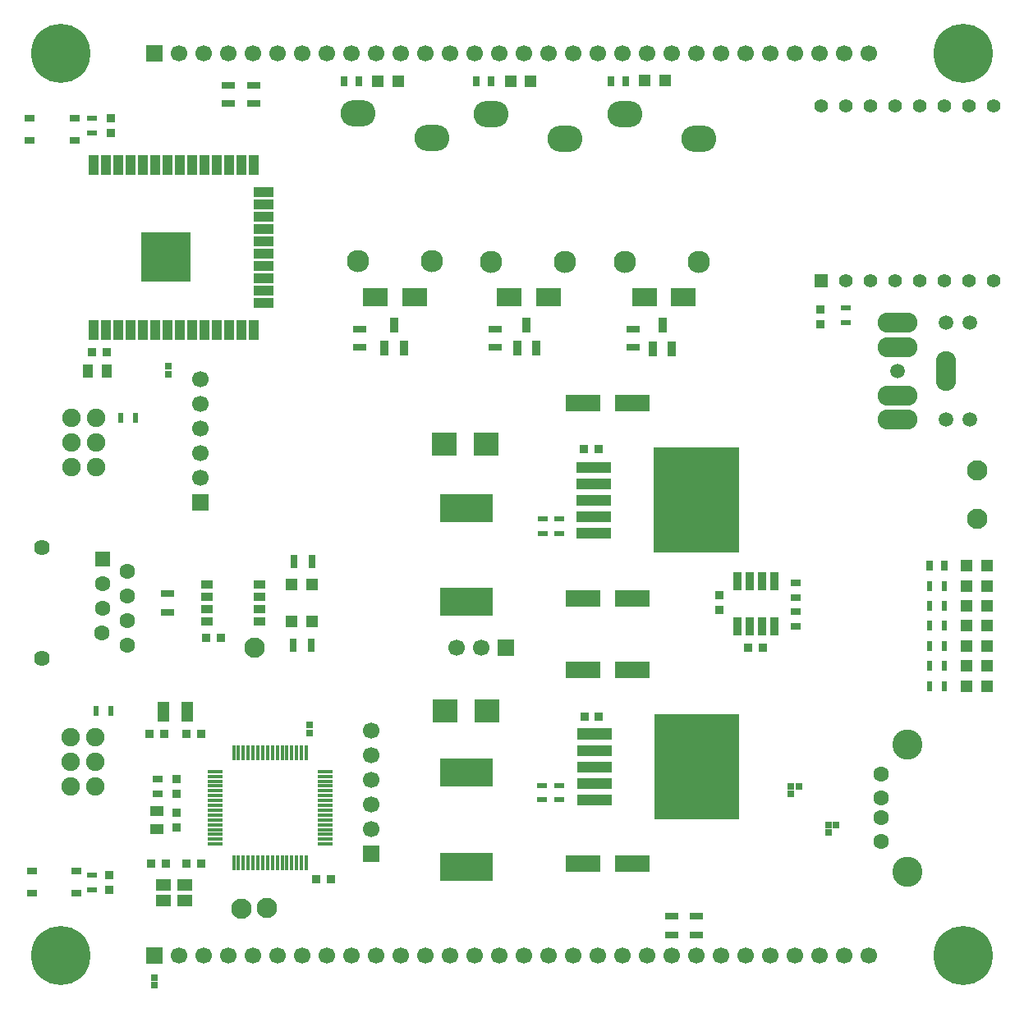
<source format=gbr>
%TF.GenerationSoftware,Altium Limited,Altium Designer,21.8.1 (53)*%
G04 Layer_Color=8388736*
%FSLAX45Y45*%
%MOMM*%
%TF.SameCoordinates,BA403207-4E74-424F-88DB-B819054AD5B4*%
%TF.FilePolarity,Negative*%
%TF.FileFunction,Soldermask,Top*%
%TF.Part,Single*%
G01*
G75*
%TA.AperFunction,SMDPad,CuDef*%
%ADD35R,0.80000X1.40000*%
%TA.AperFunction,ComponentPad*%
%ADD54C,1.60000*%
%ADD55R,1.60000X1.60000*%
%ADD59C,1.50000*%
%TA.AperFunction,ViaPad*%
%ADD84C,6.10000*%
%TA.AperFunction,ComponentPad*%
%ADD85C,1.70000*%
%ADD86R,1.70000X1.70000*%
%ADD87C,2.10000*%
%ADD88R,1.70000X1.70000*%
%ADD89C,1.62400*%
%ADD90O,3.60000X2.70000*%
%ADD91C,2.30000*%
%ADD92C,3.10000*%
%ADD93C,1.90000*%
%ADD94R,1.40800X1.40800*%
%ADD95C,1.40800*%
%ADD96O,2.10000X4.10000*%
%ADD97O,4.10000X2.10000*%
%TA.AperFunction,SMDPad,CuDef*%
%ADD102R,3.60000X1.70000*%
%ADD103R,0.90000X0.90000*%
%ADD104R,0.82000X1.88000*%
%ADD105R,1.00000X0.70000*%
%ADD106R,0.70000X0.70000*%
G04:AMPARAMS|DCode=107|XSize=1.57mm|YSize=0.38mm|CornerRadius=0.085mm|HoleSize=0mm|Usage=FLASHONLY|Rotation=90.000|XOffset=0mm|YOffset=0mm|HoleType=Round|Shape=RoundedRectangle|*
%AMROUNDEDRECTD107*
21,1,1.57000,0.21000,0,0,90.0*
21,1,1.40000,0.38000,0,0,90.0*
1,1,0.17000,0.10500,0.70000*
1,1,0.17000,0.10500,-0.70000*
1,1,0.17000,-0.10500,-0.70000*
1,1,0.17000,-0.10500,0.70000*
%
%ADD107ROUNDEDRECTD107*%
G04:AMPARAMS|DCode=108|XSize=1.57mm|YSize=0.38mm|CornerRadius=0.085mm|HoleSize=0mm|Usage=FLASHONLY|Rotation=0.000|XOffset=0mm|YOffset=0mm|HoleType=Round|Shape=RoundedRectangle|*
%AMROUNDEDRECTD108*
21,1,1.57000,0.21000,0,0,0.0*
21,1,1.40000,0.38000,0,0,0.0*
1,1,0.17000,0.70000,-0.10500*
1,1,0.17000,-0.70000,-0.10500*
1,1,0.17000,-0.70000,0.10500*
1,1,0.17000,0.70000,0.10500*
%
%ADD108ROUNDEDRECTD108*%
%ADD109R,1.00000X2.10000*%
%ADD110R,2.10000X1.00000*%
%ADD111R,5.10000X5.10000*%
%ADD112R,1.40000X0.80000*%
%ADD113R,0.70000X0.70000*%
%ADD114R,0.90000X0.90000*%
%ADD115R,1.00000X0.60000*%
%ADD116R,2.60000X2.40000*%
%ADD117R,5.50000X3.00000*%
%ADD118R,1.30000X1.30000*%
%ADD119R,1.30000X0.90000*%
%ADD120R,0.70000X1.00000*%
%TA.AperFunction,ConnectorPad*%
%ADD121R,0.70000X1.00000*%
%TA.AperFunction,SMDPad,CuDef*%
%ADD122R,2.60000X1.90000*%
%ADD123R,0.60000X1.00000*%
%ADD124R,0.90000X1.50000*%
%ADD125R,1.10000X0.80000*%
%ADD126R,1.50000X1.30000*%
%ADD127R,1.40000X1.00000*%
%ADD128R,1.20000X2.00000*%
%ADD129R,1.00000X1.40000*%
G36*
X5675130Y-7073818D02*
X5321130D01*
Y-6959818D01*
X5675130D01*
Y-7073818D01*
D02*
G37*
G36*
Y-7243818D02*
X5321130D01*
Y-7129818D01*
X5675130D01*
Y-7243818D01*
D02*
G37*
G36*
Y-7413818D02*
X5321130D01*
Y-7299818D01*
X5675130D01*
Y-7413818D01*
D02*
G37*
G36*
Y-7583818D02*
X5321130D01*
Y-7469818D01*
X5675130D01*
Y-7583818D01*
D02*
G37*
G36*
Y-7753818D02*
X5321130D01*
Y-7639818D01*
X5675130D01*
Y-7753818D01*
D02*
G37*
G36*
X6995130Y-7898818D02*
X6121131D01*
Y-6814818D01*
X6995130D01*
Y-7898818D01*
D02*
G37*
G36*
X5667189Y-4322923D02*
X5313189D01*
Y-4208922D01*
X5667189D01*
Y-4322923D01*
D02*
G37*
G36*
Y-4492922D02*
X5313189D01*
Y-4378922D01*
X5667189D01*
Y-4492922D01*
D02*
G37*
G36*
Y-4662922D02*
X5313189D01*
Y-4548923D01*
X5667189D01*
Y-4662922D01*
D02*
G37*
G36*
Y-4832923D02*
X5313189D01*
Y-4718922D01*
X5667189D01*
Y-4832923D01*
D02*
G37*
G36*
Y-5002922D02*
X5313189D01*
Y-4888922D01*
X5667189D01*
Y-5002922D01*
D02*
G37*
G36*
X6987189Y-5147922D02*
X6113189D01*
Y-4063923D01*
X6987189D01*
Y-5147922D01*
D02*
G37*
D35*
X2583155Y-6097502D02*
D03*
X2393155D02*
D03*
X2588155Y-5237502D02*
D03*
X2398155D02*
D03*
D54*
X684000Y-5339000D02*
D03*
Y-6101000D02*
D03*
Y-5847000D02*
D03*
Y-5593000D02*
D03*
X420000Y-5974000D02*
D03*
X430000Y-5720000D02*
D03*
Y-5466000D02*
D03*
X8452540Y-7428042D02*
D03*
Y-7678042D02*
D03*
Y-7878042D02*
D03*
Y-8128042D02*
D03*
D55*
X430000Y-5212000D02*
D03*
D59*
X8623824Y-3275977D02*
D03*
X9123824Y-3775977D02*
D03*
Y-2775977D02*
D03*
X9373824D02*
D03*
Y-3775977D02*
D03*
D84*
X9300000Y-9300000D02*
D03*
Y0D02*
D03*
X0D02*
D03*
Y-9300000D02*
D03*
D85*
X4080000Y-6122000D02*
D03*
X4334000D02*
D03*
X3197580Y-8000386D02*
D03*
Y-7746386D02*
D03*
Y-7492386D02*
D03*
Y-7238386D02*
D03*
Y-6984386D02*
D03*
X2235500Y-9297500D02*
D03*
X8331500D02*
D03*
X8077500D02*
D03*
X7823500D02*
D03*
X7569500D02*
D03*
X7315500D02*
D03*
X7061500D02*
D03*
X6807500D02*
D03*
X6553500D02*
D03*
X6299500D02*
D03*
X6045500D02*
D03*
X5791500D02*
D03*
X5537500D02*
D03*
X5283500D02*
D03*
X5029500D02*
D03*
X4775500D02*
D03*
X4521500D02*
D03*
X4267500D02*
D03*
X4013500D02*
D03*
X3759500D02*
D03*
X3505500D02*
D03*
X3251500D02*
D03*
X2997500D02*
D03*
X2743500D02*
D03*
X2489500D02*
D03*
X1981500D02*
D03*
X1727500D02*
D03*
X1473500D02*
D03*
X1219500D02*
D03*
X2236500Y5000D02*
D03*
X8332500D02*
D03*
X8078500D02*
D03*
X7824500D02*
D03*
X7570500D02*
D03*
X7316500D02*
D03*
X7062500D02*
D03*
X6808500D02*
D03*
X6554500D02*
D03*
X6300500D02*
D03*
X6046500D02*
D03*
X5792500D02*
D03*
X5538500D02*
D03*
X5284500D02*
D03*
X5030500D02*
D03*
X4776500D02*
D03*
X4522500D02*
D03*
X4268500D02*
D03*
X4014500D02*
D03*
X3760500D02*
D03*
X3506500D02*
D03*
X3252500D02*
D03*
X2998500D02*
D03*
X2744500D02*
D03*
X2490500D02*
D03*
X1982500D02*
D03*
X1728500D02*
D03*
X1474500D02*
D03*
X1220500D02*
D03*
X1432772Y-4371255D02*
D03*
Y-4117255D02*
D03*
Y-3863255D02*
D03*
Y-3609255D02*
D03*
Y-3355255D02*
D03*
D86*
X4588000Y-6122000D02*
D03*
X965500Y-9297500D02*
D03*
X966500Y5000D02*
D03*
D87*
X1859160Y-8814302D02*
D03*
X2119160Y-8811802D02*
D03*
X1996660Y-6124302D02*
D03*
X9450000Y-4800000D02*
D03*
Y-4300000D02*
D03*
D88*
X3197580Y-8254386D02*
D03*
X1432772Y-4625255D02*
D03*
D89*
X-200000Y-6232000D02*
D03*
Y-5089000D02*
D03*
D90*
X6577500Y-875000D02*
D03*
X5817500Y-621000D02*
D03*
X5192500Y-875000D02*
D03*
X4432500Y-621000D02*
D03*
X3822500Y-870000D02*
D03*
X3062500Y-616000D02*
D03*
D91*
X6577500Y-2145000D02*
D03*
X5817500D02*
D03*
X5192500D02*
D03*
X4432500D02*
D03*
X3822500Y-2140000D02*
D03*
X3062500D02*
D03*
D92*
X8723540Y-7121042D02*
D03*
Y-8435042D02*
D03*
D93*
X364000Y-4260000D02*
D03*
X110000D02*
D03*
Y-4006000D02*
D03*
Y-3752000D02*
D03*
X364000D02*
D03*
Y-4006000D02*
D03*
X354000Y-7300000D02*
D03*
Y-7046000D02*
D03*
X100000D02*
D03*
Y-7300000D02*
D03*
Y-7554000D02*
D03*
X354000D02*
D03*
D94*
X7834020Y-2343474D02*
D03*
D95*
X8088020D02*
D03*
X8342020D02*
D03*
X8596020D02*
D03*
X8850020D02*
D03*
X9104020D02*
D03*
X9358020D02*
D03*
X9612020D02*
D03*
X7834020Y-540074D02*
D03*
X8088020D02*
D03*
X8342020D02*
D03*
X8596020D02*
D03*
X8850020D02*
D03*
X9104020D02*
D03*
X9358020D02*
D03*
X9612020D02*
D03*
D96*
X9123824Y-3275977D02*
D03*
D97*
X8623824Y-3775977D02*
D03*
Y-3525977D02*
D03*
Y-3025977D02*
D03*
Y-2775977D02*
D03*
D102*
X5380189Y-5615922D02*
D03*
X5888189D02*
D03*
X5890133Y-6356502D02*
D03*
X5382133D02*
D03*
X5380189Y-3605922D02*
D03*
X5888189D02*
D03*
X5382133Y-8356502D02*
D03*
X5890133D02*
D03*
D103*
X2781716Y-8512099D02*
D03*
X2631716D02*
D03*
X7087364Y-6128094D02*
D03*
X7237364D02*
D03*
X5540189Y-4075922D02*
D03*
X5390189D02*
D03*
X5395133Y-6839002D02*
D03*
X5545133D02*
D03*
X1649211Y-6027013D02*
D03*
X1499211D02*
D03*
X1081843Y-8353884D02*
D03*
X931843D02*
D03*
X1291843D02*
D03*
X1441843D02*
D03*
X1291843Y-7013884D02*
D03*
X1441843D02*
D03*
X911843D02*
D03*
X1061843D02*
D03*
X317500Y-3075000D02*
D03*
X467500D02*
D03*
D104*
X7352901Y-5909292D02*
D03*
X7225901D02*
D03*
X7098901D02*
D03*
X6971901D02*
D03*
Y-5441292D02*
D03*
X7098901D02*
D03*
X7225901D02*
D03*
X7352901D02*
D03*
D105*
X7571939Y-5610583D02*
D03*
Y-5460583D02*
D03*
X7571536Y-5903947D02*
D03*
Y-5753947D02*
D03*
X1000000Y-7630000D02*
D03*
Y-7480000D02*
D03*
D106*
X2560886Y-7002574D02*
D03*
Y-6922574D02*
D03*
X1108000Y-3305000D02*
D03*
Y-3225000D02*
D03*
X7528516Y-7634371D02*
D03*
Y-7554371D02*
D03*
X961290Y-9529885D02*
D03*
Y-9609885D02*
D03*
X7909882Y-8032963D02*
D03*
Y-7952963D02*
D03*
D107*
X1780001Y-8344000D02*
D03*
X1830000D02*
D03*
X1880001D02*
D03*
X1930000D02*
D03*
X1980001D02*
D03*
X2030001D02*
D03*
X2080000D02*
D03*
X2130001D02*
D03*
X2180000D02*
D03*
X2230001D02*
D03*
X2280001D02*
D03*
X2330000D02*
D03*
X2380001D02*
D03*
X2430000D02*
D03*
X2480001D02*
D03*
X2530001D02*
D03*
Y-7210000D02*
D03*
X2480001D02*
D03*
X2430000D02*
D03*
X2380001D02*
D03*
X2330000D02*
D03*
X2280001D02*
D03*
X2230001D02*
D03*
X2180000D02*
D03*
X2130001D02*
D03*
X2080000D02*
D03*
X2030001D02*
D03*
X1980001D02*
D03*
X1930000D02*
D03*
X1880001D02*
D03*
X1830000D02*
D03*
X1780001D02*
D03*
D108*
X1588001Y-7402000D02*
D03*
Y-7452000D02*
D03*
Y-7502000D02*
D03*
Y-7552000D02*
D03*
Y-7602000D02*
D03*
Y-7652000D02*
D03*
Y-7702000D02*
D03*
Y-7752000D02*
D03*
Y-7802000D02*
D03*
Y-7852000D02*
D03*
Y-7902000D02*
D03*
Y-7952000D02*
D03*
Y-8002000D02*
D03*
Y-8052000D02*
D03*
Y-8102000D02*
D03*
Y-8152000D02*
D03*
X2722000D02*
D03*
Y-8102000D02*
D03*
Y-8052000D02*
D03*
Y-8002000D02*
D03*
Y-7952000D02*
D03*
Y-7902000D02*
D03*
Y-7852000D02*
D03*
Y-7802000D02*
D03*
Y-7752000D02*
D03*
Y-7702000D02*
D03*
Y-7652000D02*
D03*
Y-7602000D02*
D03*
Y-7552000D02*
D03*
Y-7502000D02*
D03*
Y-7452000D02*
D03*
Y-7402000D02*
D03*
D109*
X334000Y-1147332D02*
D03*
X461000D02*
D03*
X588000D02*
D03*
X715000D02*
D03*
X842000D02*
D03*
X969000D02*
D03*
X1096000D02*
D03*
X1223000D02*
D03*
X1350000D02*
D03*
X1477000D02*
D03*
X1604000D02*
D03*
X1731000D02*
D03*
X1858000D02*
D03*
X1985000D02*
D03*
Y-2847332D02*
D03*
X1858000D02*
D03*
X1731000D02*
D03*
X1604000D02*
D03*
X1477000D02*
D03*
X1350000D02*
D03*
X1223000D02*
D03*
X1096000D02*
D03*
X969000D02*
D03*
X842000D02*
D03*
X715000D02*
D03*
X588000D02*
D03*
X461000D02*
D03*
X334000D02*
D03*
D110*
X2085000Y-1425832D02*
D03*
Y-1552832D02*
D03*
Y-1679832D02*
D03*
Y-1806832D02*
D03*
Y-1933832D02*
D03*
Y-2060832D02*
D03*
Y-2187832D02*
D03*
Y-2314832D02*
D03*
Y-2441832D02*
D03*
Y-2568832D02*
D03*
D111*
X1084100Y-2097633D02*
D03*
D112*
X1100000Y-5758000D02*
D03*
Y-5568000D02*
D03*
X6299500Y-9085325D02*
D03*
Y-8895325D02*
D03*
X6553500Y-9085325D02*
D03*
Y-8895325D02*
D03*
X1728488Y-514094D02*
D03*
Y-324095D02*
D03*
X1984073Y-514094D02*
D03*
Y-324095D02*
D03*
X5900000Y-2840000D02*
D03*
Y-3030000D02*
D03*
X3077500Y-2837500D02*
D03*
Y-3027500D02*
D03*
X4472447Y-3027501D02*
D03*
Y-2837501D02*
D03*
D113*
X7528516Y-7554371D02*
D03*
X7608516D02*
D03*
X7989882Y-7952963D02*
D03*
X7909882D02*
D03*
D114*
X6787786Y-5583733D02*
D03*
Y-5733733D02*
D03*
X7832450Y-2637164D02*
D03*
Y-2787164D02*
D03*
X1192500Y-7980000D02*
D03*
Y-7830000D02*
D03*
Y-7630000D02*
D03*
Y-7480000D02*
D03*
X514705Y-665000D02*
D03*
Y-815000D02*
D03*
X500000Y-8620000D02*
D03*
Y-8470000D02*
D03*
D115*
X4960133Y-7546502D02*
D03*
Y-7696502D02*
D03*
X5140133D02*
D03*
Y-7546502D02*
D03*
X5140189Y-4945922D02*
D03*
Y-4795922D02*
D03*
X4970189Y-4945922D02*
D03*
Y-4795922D02*
D03*
X8087629Y-2773733D02*
D03*
Y-2623733D02*
D03*
X317500Y-815000D02*
D03*
Y-665000D02*
D03*
X320000Y-8470000D02*
D03*
Y-8620000D02*
D03*
D116*
X3950189Y-4025922D02*
D03*
X4380189D02*
D03*
X3957633Y-6774002D02*
D03*
X4387633D02*
D03*
D117*
X4180133Y-7416502D02*
D03*
Y-8386502D02*
D03*
X4180190Y-5655922D02*
D03*
Y-4685922D02*
D03*
D118*
X2588511Y-5855002D02*
D03*
X2378511D02*
D03*
X2588511Y-5473480D02*
D03*
X2378511D02*
D03*
X3475210Y-281088D02*
D03*
X3265210D02*
D03*
X4843339Y-282439D02*
D03*
X4633339D02*
D03*
X6227542Y-278741D02*
D03*
X6017542D02*
D03*
X9550000Y-6520930D02*
D03*
X9340000D02*
D03*
Y-6105443D02*
D03*
X9550000D02*
D03*
X9340000Y-5696042D02*
D03*
X9550000D02*
D03*
X9340000Y-5490000D02*
D03*
X9550000D02*
D03*
Y-5280000D02*
D03*
X9340000D02*
D03*
Y-5900000D02*
D03*
X9550000D02*
D03*
X9340000Y-6313844D02*
D03*
X9550000D02*
D03*
D119*
X2050368Y-5853636D02*
D03*
Y-5726636D02*
D03*
Y-5599636D02*
D03*
Y-5472636D02*
D03*
X1500368Y-5853636D02*
D03*
Y-5726636D02*
D03*
Y-5599636D02*
D03*
Y-5472636D02*
D03*
D120*
X2917272Y-281996D02*
D03*
X3067272D02*
D03*
X4285726Y-284134D02*
D03*
X4435726D02*
D03*
X9103680Y-5280000D02*
D03*
X8953680D02*
D03*
D121*
X5670000Y-280000D02*
D03*
X5820000D02*
D03*
D122*
X6014542Y-2512500D02*
D03*
X6414542D02*
D03*
X3642500Y-2512500D02*
D03*
X3242500D02*
D03*
X4622702Y-2512500D02*
D03*
X5022702D02*
D03*
D123*
X9103461Y-5696364D02*
D03*
X8953461D02*
D03*
X9103680Y-6106794D02*
D03*
X8953680D02*
D03*
X767500Y-3752500D02*
D03*
X617500D02*
D03*
X515000Y-6775000D02*
D03*
X365000D02*
D03*
X8953680Y-5901036D02*
D03*
X9103680D02*
D03*
Y-6520697D02*
D03*
X8953680D02*
D03*
Y-5490000D02*
D03*
X9103680D02*
D03*
X9104390Y-6313388D02*
D03*
X8954390D02*
D03*
D124*
X6100000Y-3040000D02*
D03*
X6300000D02*
D03*
X6200000Y-2800000D02*
D03*
X3436250Y-2795000D02*
D03*
X3536250Y-3035000D02*
D03*
X3336250D02*
D03*
X4801961Y-2795000D02*
D03*
X4901961Y-3035000D02*
D03*
X4701961D02*
D03*
D125*
X-300000Y-8430000D02*
D03*
D03*
Y-8655000D02*
D03*
X160000D02*
D03*
Y-8430000D02*
D03*
X137500Y-665000D02*
D03*
Y-890000D02*
D03*
X-322500D02*
D03*
Y-665000D02*
D03*
D03*
D126*
X1271843Y-8573884D02*
D03*
X1051843D02*
D03*
Y-8733884D02*
D03*
X1271843D02*
D03*
D127*
X988951Y-7997316D02*
D03*
Y-7807316D02*
D03*
D128*
X1301843Y-6783884D02*
D03*
X1051843D02*
D03*
D129*
X467500Y-3275000D02*
D03*
X277500D02*
D03*
%TF.MD5,1c1911aa2ab925bedf57d45ccddc8d1d*%
M02*

</source>
